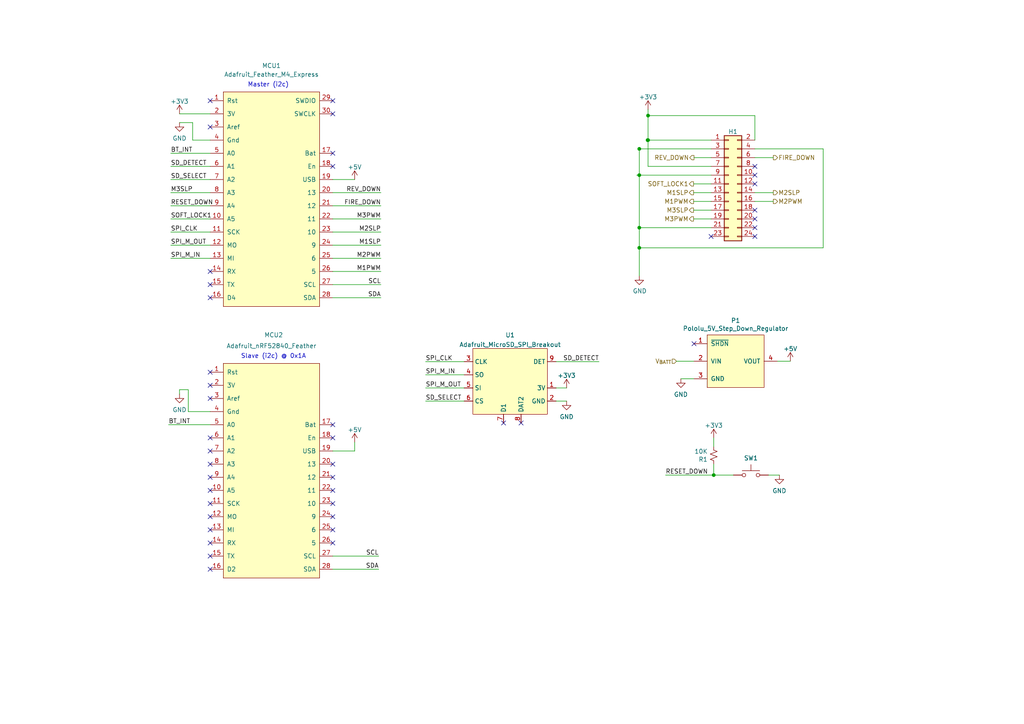
<source format=kicad_sch>
(kicad_sch (version 20211123) (generator eeschema)
  (paper "A4")
  (title_block (title "Nemesis Mod") (date "2021-12-08") (rev "v2.0") (company "https://github.com/jeff-winn/nemesis-mod") (comment 1 "For more information please visit the project website:"))
  (lib_symbols
    (symbol "Connector_Generic:Conn_02x12_Odd_Even" (pin_names (offset 1.016) hide)
      (property "Reference" "J" (at 1.27 15.24 0))
      (property "Value" "Conn_02x12_Odd_Even" (at 1.27 -17.78 0))
      (symbol "Conn_02x12_Odd_Even_1_1"
        (rectangle (start -1.27 -15.113) (end 0 -15.367) (stroke (width 0.1524)))
        (rectangle (start -1.27 -12.573) (end 0 -12.827) (stroke (width 0.1524)))
        (rectangle (start -1.27 -10.033) (end 0 -10.287) (stroke (width 0.1524)))
        (rectangle (start -1.27 -7.493) (end 0 -7.747) (stroke (width 0.1524)))
        (rectangle (start -1.27 -4.953) (end 0 -5.207) (stroke (width 0.1524)))
        (rectangle (start -1.27 -2.413) (end 0 -2.667) (stroke (width 0.1524)))
        (rectangle (start -1.27 0.127) (end 0 -0.127) (stroke (width 0.1524)))
        (rectangle (start -1.27 2.667) (end 0 2.413) (stroke (width 0.1524)))
        (rectangle (start -1.27 5.207) (end 0 4.953) (stroke (width 0.1524)))
        (rectangle (start -1.27 7.747) (end 0 7.493) (stroke (width 0.1524)))
        (rectangle (start -1.27 10.287) (end 0 10.033) (stroke (width 0.1524)))
        (rectangle (start -1.27 12.827) (end 0 12.573) (stroke (width 0.1524)))
        (rectangle (start -1.27 13.97) (end 3.81 -16.51) (stroke (width 0.254)) (fill (type background)))
        (rectangle (start 3.81 -15.113) (end 2.54 -15.367) (stroke (width 0.1524)))
        (rectangle (start 3.81 -12.573) (end 2.54 -12.827) (stroke (width 0.1524)))
        (rectangle (start 3.81 -10.033) (end 2.54 -10.287) (stroke (width 0.1524)))
        (rectangle (start 3.81 -7.493) (end 2.54 -7.747) (stroke (width 0.1524)))
        (rectangle (start 3.81 -4.953) (end 2.54 -5.207) (stroke (width 0.1524)))
        (rectangle (start 3.81 -2.413) (end 2.54 -2.667) (stroke (width 0.1524)))
        (rectangle (start 3.81 0.127) (end 2.54 -0.127) (stroke (width 0.1524)))
        (rectangle (start 3.81 2.667) (end 2.54 2.413) (stroke (width 0.1524)))
        (rectangle (start 3.81 5.207) (end 2.54 4.953) (stroke (width 0.1524)))
        (rectangle (start 3.81 7.747) (end 2.54 7.493) (stroke (width 0.1524)))
        (rectangle (start 3.81 10.287) (end 2.54 10.033) (stroke (width 0.1524)))
        (rectangle (start 3.81 12.827) (end 2.54 12.573) (stroke (width 0.1524)))
        (pin passive line (at -5.08 12.7 0) (length 3.81) (name "Pin_1") (number "1"))
        (pin passive line (at 7.62 2.54 180) (length 3.81) (name "Pin_10") (number "10"))
        (pin passive line (at -5.08 0 0) (length 3.81) (name "Pin_11") (number "11"))
        (pin passive line (at 7.62 0 180) (length 3.81) (name "Pin_12") (number "12"))
        (pin passive line (at -5.08 -2.54 0) (length 3.81) (name "Pin_13") (number "13"))
        (pin passive line (at 7.62 -2.54 180) (length 3.81) (name "Pin_14") (number "14"))
        (pin passive line (at -5.08 -5.08 0) (length 3.81) (name "Pin_15") (number "15"))
        (pin passive line (at 7.62 -5.08 180) (length 3.81) (name "Pin_16") (number "16"))
        (pin passive line (at -5.08 -7.62 0) (length 3.81) (name "Pin_17") (number "17"))
        (pin passive line (at 7.62 -7.62 180) (length 3.81) (name "Pin_18") (number "18"))
        (pin passive line (at -5.08 -10.16 0) (length 3.81) (name "Pin_19") (number "19"))
        (pin passive line (at 7.62 12.7 180) (length 3.81) (name "Pin_2") (number "2"))
        (pin passive line (at 7.62 -10.16 180) (length 3.81) (name "Pin_20") (number "20"))
        (pin passive line (at -5.08 -12.7 0) (length 3.81) (name "Pin_21") (number "21"))
        (pin passive line (at 7.62 -12.7 180) (length 3.81) (name "Pin_22") (number "22"))
        (pin passive line (at -5.08 -15.24 0) (length 3.81) (name "Pin_23") (number "23"))
        (pin passive line (at 7.62 -15.24 180) (length 3.81) (name "Pin_24") (number "24"))
        (pin passive line (at -5.08 10.16 0) (length 3.81) (name "Pin_3") (number "3"))
        (pin passive line (at 7.62 10.16 180) (length 3.81) (name "Pin_4") (number "4"))
        (pin passive line (at -5.08 7.62 0) (length 3.81) (name "Pin_5") (number "5"))
        (pin passive line (at 7.62 7.62 180) (length 3.81) (name "Pin_6") (number "6"))
        (pin passive line (at -5.08 5.08 0) (length 3.81) (name "Pin_7") (number "7"))
        (pin passive line (at 7.62 5.08 180) (length 3.81) (name "Pin_8") (number "8"))
        (pin passive line (at -5.08 2.54 0) (length 3.81) (name "Pin_9") (number "9"))
      )
    )
    (symbol "Device:R_Small_US" (pin_numbers hide) (pin_names (offset 0.254) hide)
      (property "Reference" "R" (at 0.762 0.508 0))
      (property "Value" "R_Small_US" (at 0.762 -1.016 0))
      (symbol "R_Small_US_1_1"
        (polyline (pts (xy 0 0) (xy 1.016 -0.381) (xy 0 -0.762) (xy -1.016 -1.143) (xy 0 -1.524)))
        (polyline (pts (xy 0 1.524) (xy 1.016 1.143) (xy 0 0.762) (xy -1.016 0.381) (xy 0 0)))
        (pin passive line (at 0 2.54 270) (length 1.016) (name "~") (number "1"))
        (pin passive line (at 0 -2.54 90) (length 1.016) (name "~") (number "2"))
      )
    )
    (symbol "Nemesis-Mod:Adafruit_Feather_M4_Express" (pin_names (offset 1.016))
      (property "Reference" "MCU" (at 8.89 -35.56 0))
      (property "Value" "Adafruit_Feather_M4_Express" (at 1.27 -33.02 0))
      (symbol "Adafruit_Feather_M4_Express_0_1"
        (rectangle (start 13.97 -30.48) (end -13.97 31.75) (fill (type background)))
      )
      (symbol "Adafruit_Feather_M4_Express_1_1"
        (pin power_in line (at -17.78 29.21 0) (length 3.81) (name "Rst") (number "1"))
        (pin bidirectional line (at -17.78 -5.08 0) (length 3.81) (name "A5") (number "10"))
        (pin bidirectional line (at -17.78 -8.89 0) (length 3.81) (name "SCK") (number "11"))
        (pin bidirectional line (at -17.78 -12.7 0) (length 3.81) (name "MO") (number "12"))
        (pin bidirectional line (at -17.78 -16.51 0) (length 3.81) (name "MI") (number "13"))
        (pin input line (at -17.78 -20.32 0) (length 3.81) (name "RX") (number "14"))
        (pin output line (at -17.78 -24.13 0) (length 3.81) (name "TX") (number "15"))
        (pin input line (at -17.78 -27.94 0) (length 3.81) (name "D4") (number "16"))
        (pin power_out line (at 17.78 13.97 180) (length 3.81) (name "Bat") (number "17"))
        (pin power_in line (at 17.78 10.16 180) (length 3.81) (name "En") (number "18"))
        (pin power_in line (at 17.78 6.35 180) (length 3.81) (name "USB") (number "19"))
        (pin power_out line (at -17.78 25.4 0) (length 3.81) (name "3V") (number "2"))
        (pin bidirectional line (at 17.78 2.54 180) (length 3.81) (name "13") (number "20"))
        (pin bidirectional line (at 17.78 -1.27 180) (length 3.81) (name "12") (number "21"))
        (pin bidirectional line (at 17.78 -5.08 180) (length 3.81) (name "11") (number "22"))
        (pin bidirectional line (at 17.78 -8.89 180) (length 3.81) (name "10") (number "23"))
        (pin bidirectional line (at 17.78 -12.7 180) (length 3.81) (name "9") (number "24"))
        (pin bidirectional line (at 17.78 -16.51 180) (length 3.81) (name "6") (number "25"))
        (pin bidirectional line (at 17.78 -20.32 180) (length 3.81) (name "5") (number "26"))
        (pin bidirectional line (at 17.78 -24.13 180) (length 3.81) (name "SCL") (number "27"))
        (pin bidirectional line (at 17.78 -27.94 180) (length 3.81) (name "SDA") (number "28"))
        (pin output line (at 17.78 29.21 180) (length 3.81) (name "SWDIO") (number "29"))
        (pin power_out line (at -17.78 21.59 0) (length 3.81) (name "Aref") (number "3"))
        (pin output line (at 17.78 25.4 180) (length 3.81) (name "SWCLK") (number "30"))
        (pin power_in line (at -17.78 17.78 0) (length 3.81) (name "Gnd") (number "4"))
        (pin bidirectional line (at -17.78 13.97 0) (length 3.81) (name "A0") (number "5"))
        (pin bidirectional line (at -17.78 10.16 0) (length 3.81) (name "A1") (number "6"))
        (pin bidirectional line (at -17.78 6.35 0) (length 3.81) (name "A2") (number "7"))
        (pin bidirectional line (at -17.78 2.54 0) (length 3.81) (name "A3") (number "8"))
        (pin bidirectional line (at -17.78 -1.27 0) (length 3.81) (name "A4") (number "9"))
      )
    )
    (symbol "Nemesis-Mod:Adafruit_MicroSD_SPI_Breakout"
      (property "Reference" "U?" (at -1.27 10.16 0))
      (property "Value" "Adafruit_MicroSD_SPI_Breakout" (at -1.27 7.62 0))
      (symbol "Adafruit_MicroSD_SPI_Breakout_0_1"
        (rectangle (start -11.43 6.35) (end 10.16 -12.7) (stroke (width 0.1524)) (fill (type background)))
      )
      (symbol "Adafruit_MicroSD_SPI_Breakout_1_1"
        (pin power_in line (at 12.7 -5.08 180) (length 2.54) (name "3V") (number "1"))
        (pin power_in line (at 12.7 -8.89 180) (length 2.54) (name "GND") (number "2"))
        (pin input line (at -13.97 2.54 0) (length 2.54) (name "CLK") (number "3"))
        (pin bidirectional line (at -13.97 -1.27 0) (length 2.54) (name "SO") (number "4"))
        (pin bidirectional line (at -13.97 -5.08 0) (length 2.54) (name "SI") (number "5"))
        (pin input line (at -13.97 -8.89 0) (length 2.54) (name "CS") (number "6"))
        (pin unspecified line (at -2.54 -15.24 90) (length 2.54) (name "D1") (number "7"))
        (pin unspecified line (at 2.54 -15.24 90) (length 2.54) (name "DAT2") (number "8"))
        (pin output line (at 12.7 2.54 180) (length 2.54) (name "DET") (number "9"))
      )
    )
    (symbol "Nemesis-Mod:Adafruit_nRF52_Feather" (pin_names (offset 1.016))
      (property "Reference" "MCU" (at 8.89 -35.56 0))
      (property "Value" "Adafruit_nRF52_Feather" (at 1.27 -33.02 0))
      (symbol "Adafruit_nRF52_Feather_0_1"
        (rectangle (start 13.97 -30.48) (end -13.97 31.75) (fill (type background)))
      )
      (symbol "Adafruit_nRF52_Feather_1_1"
        (pin input line (at -17.78 29.21 0) (length 3.81) (name "Rst") (number "1"))
        (pin bidirectional line (at -17.78 -5.08 0) (length 3.81) (name "A5") (number "10"))
        (pin bidirectional line (at -17.78 -8.89 0) (length 3.81) (name "SCK") (number "11"))
        (pin bidirectional line (at -17.78 -12.7 0) (length 3.81) (name "MO") (number "12"))
        (pin bidirectional line (at -17.78 -16.51 0) (length 3.81) (name "MI") (number "13"))
        (pin input line (at -17.78 -20.32 0) (length 3.81) (name "RX") (number "14"))
        (pin output line (at -17.78 -24.13 0) (length 3.81) (name "TX") (number "15"))
        (pin input line (at -17.78 -27.94 0) (length 3.81) (name "D2") (number "16"))
        (pin power_out line (at 17.78 13.97 180) (length 3.81) (name "Bat") (number "17"))
        (pin input line (at 17.78 10.16 180) (length 3.81) (name "En") (number "18"))
        (pin power_in line (at 17.78 6.35 180) (length 3.81) (name "USB") (number "19"))
        (pin power_out line (at -17.78 25.4 0) (length 3.81) (name "3V") (number "2"))
        (pin bidirectional line (at 17.78 2.54 180) (length 3.81) (name "13") (number "20"))
        (pin bidirectional line (at 17.78 -1.27 180) (length 3.81) (name "12") (number "21"))
        (pin bidirectional line (at 17.78 -5.08 180) (length 3.81) (name "11") (number "22"))
        (pin bidirectional line (at 17.78 -8.89 180) (length 3.81) (name "10") (number "23"))
        (pin bidirectional line (at 17.78 -12.7 180) (length 3.81) (name "9") (number "24"))
        (pin bidirectional line (at 17.78 -16.51 180) (length 3.81) (name "6") (number "25"))
        (pin bidirectional line (at 17.78 -20.32 180) (length 3.81) (name "5") (number "26"))
        (pin bidirectional line (at 17.78 -24.13 180) (length 3.81) (name "SCL") (number "27"))
        (pin bidirectional line (at 17.78 -27.94 180) (length 3.81) (name "SDA") (number "28"))
        (pin power_out line (at -17.78 21.59 0) (length 3.81) (name "Aref") (number "3"))
        (pin power_in line (at -17.78 17.78 0) (length 3.81) (name "Gnd") (number "4"))
        (pin bidirectional line (at -17.78 13.97 0) (length 3.81) (name "A0") (number "5"))
        (pin bidirectional line (at -17.78 10.16 0) (length 3.81) (name "A1") (number "6"))
        (pin bidirectional line (at -17.78 6.35 0) (length 3.81) (name "A2") (number "7"))
        (pin bidirectional line (at -17.78 2.54 0) (length 3.81) (name "A3") (number "8"))
        (pin bidirectional line (at -17.78 -1.27 0) (length 3.81) (name "A4") (number "9"))
      )
    )
    (symbol "Nemesis-Mod:Pololu_5V_Step_Down_Regulator" (pin_names (offset 1.016))
      (property "Reference" "V?" (at -3.81 1.27 0))
      (property "Value" "Pololu_5V_Step_Down_Regulator" (at -3.81 3.81 0))
      (symbol "Pololu_5V_Step_Down_Regulator_0_1"
        (rectangle (start -12.7 21.59) (end 3.81 6.35) (fill (type background)))
      )
      (symbol "Pololu_5V_Step_Down_Regulator_1_1"
        (pin input line (at -16.51 19.05 0) (length 3.81) (name "~{SHDN}") (number "1"))
        (pin power_in line (at -16.51 13.97 0) (length 3.81) (name "VIN") (number "2"))
        (pin power_in line (at -16.51 8.89 0) (length 3.81) (name "GND") (number "3"))
        (pin power_out line (at 7.62 13.97 180) (length 3.81) (name "VOUT") (number "4"))
      )
    )
    (symbol "Switch:SW_Push" (pin_numbers hide) (pin_names (offset 1.016) hide)
      (property "Reference" "SW" (at 1.27 2.54 0))
      (property "Value" "SW_Push" (at 0 -1.524 0))
      (symbol "SW_Push_0_1"
        (circle (center -2.032 0) (radius 0.508))
        (polyline (pts (xy 0 1.27) (xy 0 3.048)))
        (polyline (pts (xy 2.54 1.27) (xy -2.54 1.27)))
        (circle (center 2.032 0) (radius 0.508))
        (pin passive line (at -5.08 0 0) (length 2.54) (name "1") (number "1"))
        (pin passive line (at 5.08 0 180) (length 2.54) (name "2") (number "2"))
      )
    )
    (symbol "power:+3.3V" (power) (pin_names (offset 0))
      (property "Value" "+3.3V" (at 0 3.556 0))
      (symbol "+3.3V_0_1"
        (polyline (pts (xy -0.762 1.27) (xy 0 2.54)))
        (polyline (pts (xy 0 0) (xy 0 2.54)))
        (polyline (pts (xy 0 2.54) (xy 0.762 1.27)))
      )
      (symbol "+3.3V_1_1"
        (pin power_in line (at 0 0 90) (length 0) hide (name "+3V3") (number "1"))
      )
    )
    (symbol "power:+5V" (power) (pin_names (offset 0))
      (property "Value" "+5V" (at 0 3.556 0))
      (symbol "+5V_0_1"
        (polyline (pts (xy -0.762 1.27) (xy 0 2.54)))
        (polyline (pts (xy 0 0) (xy 0 2.54)))
        (polyline (pts (xy 0 2.54) (xy 0.762 1.27)))
      )
      (symbol "+5V_1_1"
        (pin power_in line (at 0 0 90) (length 0) hide (name "+5V") (number "1"))
      )
    )
    (symbol "power:GND" (power) (pin_names (offset 0))
      (property "Value" "GND" (at 0 -3.81 0))
      (symbol "GND_0_1"
        (polyline (pts (xy 0 0) (xy 0 -1.27) (xy 1.27 -1.27) (xy 0 -2.54) (xy -1.27 -1.27) (xy 0 -1.27)))
      )
      (symbol "GND_1_1"
        (pin power_in line (at 0 0 270) (length 0) hide (name "GND") (number "1"))
      )
    )
  )
  (junction (at 185.42 66.04))
  (junction (at 185.42 50.8))
  (junction (at 185.42 43.18))
  (junction (at 207.01 137.795))
  (junction (at 185.42 71.882))
  (junction (at 187.833 40.64))
  (junction (at 187.96 33.528))
  (junction (at 187.96 40.64))
  (no_connect (at 60.96 78.74))
  (no_connect (at 60.96 111.76))
  (no_connect (at 60.96 86.36))
  (no_connect (at 60.96 82.55))
  (no_connect (at 96.52 48.26))
  (no_connect (at 96.52 33.02))
  (no_connect (at 96.52 29.21))
  (no_connect (at 218.948 53.34))
  (no_connect (at 206.248 68.58))
  (no_connect (at 96.52 44.45))
  (no_connect (at 218.948 48.26))
  (no_connect (at 218.948 50.8))
  (no_connect (at 218.948 68.58))
  (no_connect (at 218.948 66.04))
  (no_connect (at 218.948 63.5))
  (no_connect (at 218.948 60.96))
  (no_connect (at 151.13 122.682))
  (no_connect (at 146.05 122.682))
  (no_connect (at 60.96 29.21))
  (no_connect (at 60.96 153.67))
  (no_connect (at 60.96 157.48))
  (no_connect (at 60.96 138.43))
  (no_connect (at 60.96 134.62))
  (no_connect (at 60.96 149.86))
  (no_connect (at 60.96 142.24))
  (no_connect (at 60.96 146.05))
  (no_connect (at 60.96 127))
  (no_connect (at 60.96 130.81))
  (no_connect (at 201.295 99.695))
  (no_connect (at 60.96 36.83))
  (no_connect (at 60.96 165.1))
  (no_connect (at 60.96 161.29))
  (no_connect (at 96.52 149.86))
  (no_connect (at 96.52 153.67))
  (no_connect (at 96.52 146.05))
  (no_connect (at 96.52 134.62))
  (no_connect (at 96.52 142.24))
  (no_connect (at 96.52 138.43))
  (no_connect (at 96.52 127))
  (no_connect (at 96.52 157.48))
  (no_connect (at 96.52 123.19))
  (no_connect (at 60.96 107.95))
  (no_connect (at 60.96 115.57))
  (wire (pts (xy 96.52 59.69) (xy 110.49 59.69)))
  (wire (pts (xy 161.29 104.902) (xy 173.736 104.902)))
  (wire (pts (xy 201.168 58.42) (xy 206.248 58.42)))
  (wire (pts (xy 184.658 50.8) (xy 185.42 50.8)))
  (wire (pts (xy 185.42 43.18) (xy 185.42 50.8)))
  (wire (pts (xy 187.96 40.64) (xy 206.248 40.64)))
  (wire (pts (xy 207.01 127) (xy 207.01 129.54)))
  (wire (pts (xy 102.87 128.27) (xy 102.87 130.81)))
  (wire (pts (xy 187.96 40.64) (xy 187.96 48.26)))
  (wire (pts (xy 193.04 137.795) (xy 207.01 137.795)))
  (wire (pts (xy 196.215 104.775) (xy 201.295 104.775)))
  (wire (pts (xy 222.885 137.795) (xy 226.06 137.795)))
  (wire (pts (xy 55.88 40.64) (xy 55.88 35.56)))
  (wire (pts (xy 49.53 71.12) (xy 60.96 71.12)))
  (wire (pts (xy 185.42 50.8) (xy 206.248 50.8)))
  (wire (pts (xy 201.168 53.34) (xy 206.248 53.34)))
  (wire (pts (xy 96.52 78.74) (xy 110.49 78.74)))
  (wire (pts (xy 218.948 45.72) (xy 224.282 45.72)))
  (wire (pts (xy 218.948 55.88) (xy 224.282 55.88)))
  (wire (pts (xy 187.833 40.64) (xy 187.96 40.64)))
  (wire (pts (xy 185.42 71.882) (xy 238.76 71.882)))
  (wire (pts (xy 49.53 52.07) (xy 60.96 52.07)))
  (wire (pts (xy 207.01 134.62) (xy 207.01 137.795)))
  (wire (pts (xy 187.96 48.26) (xy 206.248 48.26)))
  (wire (pts (xy 96.52 86.36) (xy 110.49 86.36)))
  (wire (pts (xy 96.52 63.5) (xy 110.49 63.5)))
  (wire (pts (xy 238.76 71.882) (xy 238.76 43.18)))
  (wire (pts (xy 49.53 74.93) (xy 60.96 74.93)))
  (wire (pts (xy 54.61 119.38) (xy 54.61 113.03)))
  (wire (pts (xy 49.53 44.45) (xy 60.96 44.45)))
  (wire (pts (xy 49.53 48.26) (xy 60.96 48.26)))
  (wire (pts (xy 218.948 43.18) (xy 238.76 43.18)))
  (wire (pts (xy 201.168 63.5) (xy 206.248 63.5)))
  (wire (pts (xy 60.96 40.64) (xy 55.88 40.64)))
  (wire (pts (xy 197.485 109.855) (xy 201.295 109.855)))
  (wire (pts (xy 187.96 33.528) (xy 187.96 40.64)))
  (wire (pts (xy 96.52 82.55) (xy 110.49 82.55)))
  (wire (pts (xy 60.96 55.88) (xy 49.53 55.88)))
  (wire (pts (xy 185.293 43.18) (xy 185.42 43.18)))
  (wire (pts (xy 48.895 123.19) (xy 60.96 123.19)))
  (wire (pts (xy 123.444 108.712) (xy 134.62 108.712)))
  (wire (pts (xy 185.42 43.18) (xy 206.248 43.18)))
  (wire (pts (xy 185.42 66.04) (xy 185.42 71.882)))
  (wire (pts (xy 102.87 130.81) (xy 96.52 130.81)))
  (wire (pts (xy 185.42 50.8) (xy 185.42 66.04)))
  (wire (pts (xy 187.96 33.528) (xy 218.948 33.528)))
  (wire (pts (xy 54.61 113.03) (xy 52.07 113.03)))
  (wire (pts (xy 218.948 58.42) (xy 224.282 58.42)))
  (wire (pts (xy 218.948 40.64) (xy 218.948 33.528)))
  (wire (pts (xy 52.07 113.03) (xy 52.07 114.3)))
  (wire (pts (xy 49.53 63.5) (xy 60.96 63.5)))
  (wire (pts (xy 207.01 137.795) (xy 212.725 137.795)))
  (wire (pts (xy 187.96 31.75) (xy 187.96 33.528)))
  (wire (pts (xy 96.52 71.12) (xy 110.49 71.12)))
  (wire (pts (xy 161.29 116.332) (xy 164.338 116.332)))
  (wire (pts (xy 55.88 35.56) (xy 52.07 35.56)))
  (wire (pts (xy 123.444 112.522) (xy 134.62 112.522)))
  (wire (pts (xy 52.07 33.02) (xy 60.96 33.02)))
  (wire (pts (xy 49.53 67.31) (xy 60.96 67.31)))
  (wire (pts (xy 201.295 45.72) (xy 206.248 45.72)))
  (wire (pts (xy 185.42 71.882) (xy 185.42 80.01)))
  (wire (pts (xy 123.444 104.902) (xy 134.62 104.902)))
  (wire (pts (xy 60.96 59.69) (xy 49.53 59.69)))
  (wire (pts (xy 96.52 67.31) (xy 110.49 67.31)))
  (wire (pts (xy 96.52 74.93) (xy 110.49 74.93)))
  (wire (pts (xy 201.168 55.88) (xy 206.248 55.88)))
  (wire (pts (xy 123.444 116.332) (xy 134.62 116.332)))
  (wire (pts (xy 96.52 161.29) (xy 109.855 161.29)))
  (wire (pts (xy 96.52 52.07) (xy 102.87 52.07)))
  (wire (pts (xy 201.168 60.96) (xy 206.248 60.96)))
  (wire (pts (xy 185.42 66.04) (xy 206.248 66.04)))
  (wire (pts (xy 60.96 119.38) (xy 54.61 119.38)))
  (wire (pts (xy 96.52 165.1) (xy 109.855 165.1)))
  (wire (pts (xy 96.52 55.88) (xy 110.49 55.88)))
  (wire (pts (xy 225.425 104.775) (xy 229.235 104.775)))
  (wire (pts (xy 161.29 112.522) (xy 164.338 112.522)))
  (text "Master (i2c)" (at 83.82 25.4 180) (effects (font (size 1.27 1.27)) (justify right bottom)))
  (text "Slave (i2c) @ 0x1A" (at 69.85 104.14 0) (effects (font (size 1.27 1.27)) (justify left bottom)))
  (label "RESET_DOWN" (at 49.53 59.69 0))
  (label "RESET_DOWN" (at 193.04 137.795 0))
  (label "SOFT_LOCK1" (at 49.53 63.5 0))
  (label "SPI_M_OUT" (at 123.444 112.522 0))
  (label "SDA" (at 109.855 165.1 180))
  (label "SCL" (at 110.49 82.55 180))
  (label "M1PWM" (at 110.49 78.74 180))
  (label "SD_DETECT" (at 173.736 104.902 180))
  (label "SPI_M_OUT" (at 49.53 71.12 0))
  (label "SD_SELECT" (at 123.444 116.332 0))
  (label "BT_INT" (at 48.895 123.19 0))
  (label "SPI_M_IN" (at 123.444 108.712 0))
  (label "M1SLP" (at 110.49 71.12 180))
  (label "SCL" (at 109.855 161.29 180))
  (label "M2SLP" (at 110.49 67.31 180))
  (label "BT_INT" (at 49.53 44.45 0))
  (label "M3SLP" (at 49.53 55.88 0))
  (label "SPI_M_IN" (at 49.53 74.93 0))
  (label "SPI_CLK" (at 49.53 67.31 0))
  (label "FIRE_DOWN" (at 110.49 59.69 180))
  (label "SD_SELECT" (at 49.53 52.07 0))
  (label "SPI_CLK" (at 123.444 104.902 0))
  (label "SDA" (at 110.49 86.36 180))
  (label "SD_DETECT" (at 49.53 48.26 0))
  (label "REV_DOWN" (at 110.49 55.88 180))
  (label "M2PWM" (at 110.49 74.93 180))
  (label "M3PWM" (at 110.49 63.5 180))
  (hierarchical_label "M3SLP" (shape output) (at 201.168 60.96 180))
  (hierarchical_label "M2PWM" (shape output) (at 224.282 58.42 0))
  (hierarchical_label "FIRE_DOWN" (shape output) (at 224.282 45.72 0))
  (hierarchical_label "SOFT_LOCK1" (shape output) (at 201.168 53.34 180))
  (hierarchical_label "M1PWM" (shape output) (at 201.168 58.42 180))
  (hierarchical_label "M1SLP" (shape output) (at 201.168 55.88 180))
  (hierarchical_label "M2SLP" (shape output) (at 224.282 55.88 0))
  (hierarchical_label "REV_DOWN" (shape output) (at 201.295 45.72 180))
  (hierarchical_label "M3PWM" (shape output) (at 201.168 63.5 180))
  (hierarchical_label "V_{BATT}" (shape input) (at 196.215 104.775 180))
  (symbol (lib_id "power:+5V") (at 102.87 52.07 0) (unit 1)
    (property "Reference" "#PWR0103" (effects hide))
    (property "Value" "+5V" (at 102.87 48.4655 0))
  )
  (symbol (lib_id "power:GND") (at 52.07 35.56 0) (unit 1)
    (property "Reference" "#PWR0109" (effects hide))
    (property "Value" "GND" (at 52.07 40.1225 0))
  )
  (symbol (lib_id "power:GND") (at 185.42 80.01 0) (unit 1)
    (property "Reference" "#PWR0106" (effects hide))
    (property "Value" "GND" (at 185.547 84.4042 0))
  )
  (symbol (lib_id "power:GND") (at 52.07 114.3 0) (unit 1)
    (property "Reference" "#PWR0116" (effects hide))
    (property "Value" "GND" (at 52.07 118.8625 0))
  )
  (symbol (lib_id "power:+3.3V") (at 52.07 33.02 0) (unit 1)
    (property "Reference" "#PWR0104" (effects hide))
    (property "Value" "+3.3V" (at 52.07 29.4155 0))
  )
  (symbol (lib_id "Nemesis-Mod:Adafruit_MicroSD_SPI_Breakout") (at 148.59 107.442 0) (unit 1)
    (property "Reference" "U1" (at 147.955 97.1763 0))
    (property "Value" "Adafruit_MicroSD_SPI_Breakout" (at 147.955 99.9514 0))
    (property "Footprint" "Adafruit:Adafruit_MicroSD_Breakout" (effects hide))
  )
  (symbol (lib_id "Device:R_Small_US") (at 207.01 132.08 180) (unit 1)
    (property "Reference" "R1" (at 205.2828 133.2484 0) (effects (justify left)))
    (property "Value" "10K" (at 205.2828 130.937 0) (effects (justify left)))
    (property "Footprint" "Resistor_THT:R_Axial_DIN0207_L6.3mm_D2.5mm_P5.08mm_Vertical" (effects hide))
  )
  (symbol (lib_id "power:+3.3V") (at 187.96 31.75 0) (unit 1)
    (property "Reference" "#PWR0114" (effects hide))
    (property "Value" "+3.3V" (at 187.96 28.1455 0))
  )
  (symbol (lib_id "power:GND") (at 197.485 109.855 0) (unit 1)
    (property "Reference" "#PWR0107" (effects hide))
    (property "Value" "GND" (at 197.485 114.4175 0))
  )
  (symbol (lib_id "power:+3.3V") (at 164.338 112.522 0) (unit 1)
    (property "Reference" "#PWR0108" (effects hide))
    (property "Value" "+3.3V" (at 164.338 108.9175 0))
  )
  (symbol (lib_id "Nemesis-Mod:Adafruit_Feather_M4_Express") (at 78.74 58.42 0) (unit 1)
    (property "Reference" "MCU1" (at 78.74 19.05 0))
    (property "Value" "Adafruit_Feather_M4_Express" (at 78.74 21.59 0))
    (property "Footprint" "Adafruit:Adafruit_Feather_M4_Express" (effects hide))
  )
  (symbol (lib_id "power:+3.3V") (at 207.01 127 0) (unit 1)
    (property "Reference" "#PWR0111" (effects hide))
    (property "Value" "+3.3V" (at 207.01 123.3955 0))
  )
  (symbol (lib_id "power:GND") (at 226.06 137.795 0) (unit 1)
    (property "Reference" "#PWR0113" (effects hide))
    (property "Value" "GND" (at 226.06 142.3575 0))
  )
  (symbol (lib_id "Nemesis-Mod:Adafruit_nRF52_Feather") (at 78.74 137.16 0) (unit 1)
    (property "Reference" "MCU2" (at 79.375 97.155 0))
    (property "Value" "Adafruit_nRF52840_Feather" (at 78.74 100.33 0))
  )
  (symbol (lib_id "power:GND") (at 164.338 116.332 0) (unit 1)
    (property "Reference" "#PWR0105" (effects hide))
    (property "Value" "GND" (at 164.338 120.8945 0))
  )
  (symbol (lib_id "power:+5V") (at 229.235 104.775 0) (unit 1)
    (property "Reference" "#PWR0110" (effects hide))
    (property "Value" "+5V" (at 229.235 101.1705 0))
  )
  (symbol (lib_id "Connector_Generic:Conn_02x12_Odd_Even") (at 211.328 53.34 0) (unit 1)
    (property "Reference" "H1" (at 212.598 38.1785 0))
    (property "Value" " " (effects hide))
    (property "Footprint" "Connector_PinHeader_2.54mm:PinHeader_2x12_P2.54mm_Vertical" (effects hide))
  )
  (symbol (lib_id "power:+5V") (at 102.87 128.27 0) (unit 1)
    (property "Reference" "#PWR0112" (effects hide))
    (property "Value" "+5V" (at 102.87 124.6655 0))
  )
  (symbol (lib_id "Nemesis-Mod:Pololu_5V_Step_Down_Regulator") (at 217.805 118.745 0) (unit 1)
    (property "Reference" "P1" (at 213.36 92.964 0))
    (property "Value" "Pololu_5V_Step_Down_Regulator" (at 213.36 95.2754 0))
    (property "Footprint" "Pololu:5V_Step_Down_Regulator_500mA" (effects hide))
  )
  (symbol (lib_id "Switch:SW_Push") (at 217.805 137.795 0) (unit 1)
    (property "Reference" "SW1" (at 506.095 138.176 0))
    (property "Value" "SW1" (at 217.805 132.8674 0))
    (property "Footprint" "Button_Switch_THT:SW_PUSH_6mm" (effects hide))
    (property "MPID" "367 (Adafruit)" (effects hide))
  )
)
</source>
